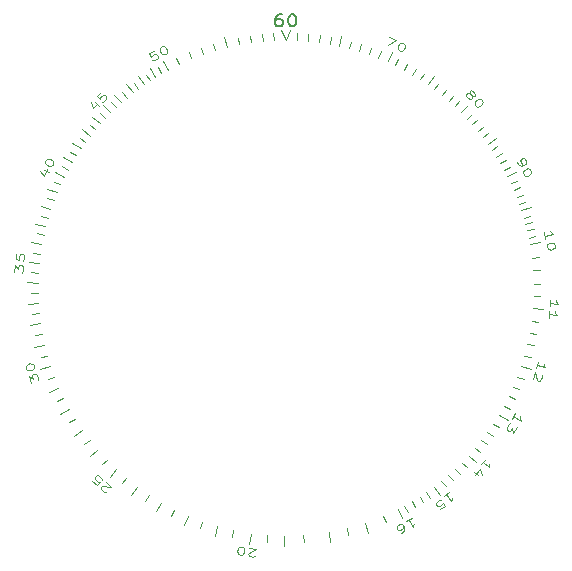
<source format=gbr>
%TF.GenerationSoftware,KiCad,Pcbnew,6.0.7-1.fc35*%
%TF.CreationDate,2022-12-16T23:42:52+01:00*%
%TF.ProjectId,outer,6f757465-722e-46b6-9963-61645f706362,rev?*%
%TF.SameCoordinates,Original*%
%TF.FileFunction,Legend,Top*%
%TF.FilePolarity,Positive*%
%FSLAX46Y46*%
G04 Gerber Fmt 4.6, Leading zero omitted, Abs format (unit mm)*
G04 Created by KiCad (PCBNEW 6.0.7-1.fc35) date 2022-12-16 23:42:52*
%MOMM*%
%LPD*%
G01*
G04 APERTURE LIST*
%ADD10C,0.120000*%
%ADD11C,0.100000*%
%ADD12C,0.125000*%
%ADD13C,0.180000*%
G04 APERTURE END LIST*
D10*
X199630000Y-78140000D02*
X200000000Y-79000000D01*
X200000000Y-79000000D02*
X200370000Y-78140000D01*
D11*
X179102609Y-102127584D02*
X178534228Y-102186521D01*
D12*
X180605069Y-91921547D02*
X179814034Y-91591461D01*
X215624137Y-83547556D02*
X215580221Y-83456711D01*
X215570030Y-83399485D01*
X215583372Y-83318651D01*
X215606905Y-83295044D01*
X215687696Y-83281449D01*
X215744953Y-83291460D01*
X215835936Y-83335091D01*
X215970834Y-83469566D01*
X216014750Y-83560411D01*
X216024942Y-83617637D01*
X216011600Y-83698470D01*
X215988067Y-83722077D01*
X215907276Y-83735673D01*
X215850018Y-83725661D01*
X215759036Y-83682031D01*
X215624137Y-83547556D01*
X215533155Y-83503925D01*
X215475897Y-83493914D01*
X215395106Y-83507509D01*
X215300973Y-83601938D01*
X215287632Y-83682771D01*
X215297823Y-83739997D01*
X215341739Y-83830842D01*
X215476638Y-83965318D01*
X215567620Y-84008948D01*
X215624878Y-84018960D01*
X215705669Y-84005364D01*
X215799801Y-83910935D01*
X215813143Y-83830102D01*
X215802952Y-83772876D01*
X215759036Y-83682031D01*
X216544152Y-84041086D02*
X216611602Y-84108323D01*
X216655518Y-84199168D01*
X216665709Y-84256394D01*
X216652367Y-84337228D01*
X216591959Y-84465275D01*
X216474293Y-84583311D01*
X216346436Y-84644121D01*
X216265645Y-84657717D01*
X216208387Y-84647706D01*
X216117405Y-84604075D01*
X216049956Y-84536837D01*
X216006040Y-84445993D01*
X215995848Y-84388767D01*
X216009190Y-84307933D01*
X216069598Y-84179886D01*
X216187264Y-84061850D01*
X216315121Y-84001039D01*
X216395912Y-83987444D01*
X216453170Y-83997455D01*
X216544152Y-84041086D01*
D11*
X216680293Y-87240845D02*
X217134305Y-86893853D01*
X201467967Y-120946487D02*
X201508026Y-121516510D01*
X182166413Y-111093267D02*
X181682025Y-111396417D01*
D12*
X199885404Y-121006701D02*
X199883160Y-121863840D01*
D11*
X181181387Y-109340011D02*
X180669773Y-109594535D01*
X220848124Y-97488846D02*
X221415171Y-97418216D01*
D12*
X184273024Y-86082439D02*
X183631161Y-85514367D01*
X218055146Y-110758467D02*
X218791244Y-111197617D01*
X179646576Y-94777398D02*
X178816437Y-94563946D01*
D11*
X186531387Y-83891284D02*
X186165228Y-83452585D01*
D12*
X179030534Y-101270973D02*
X178175017Y-101323748D01*
D11*
X184836687Y-114532310D02*
X184424528Y-114928109D01*
D12*
X181906317Y-89319062D02*
X181167558Y-88884403D01*
D11*
X213773685Y-115852913D02*
X214148802Y-116283979D01*
X214344896Y-115340858D02*
X214735993Y-115757479D01*
X179033725Y-98708748D02*
X178463315Y-98674660D01*
D12*
X189995018Y-81514260D02*
X189585893Y-80761059D01*
X177028562Y-98637690D02*
X177089723Y-98021671D01*
X177322152Y-98379720D01*
X177336266Y-98237562D01*
X177378846Y-98146083D01*
X177416721Y-98101990D01*
X177487766Y-98061190D01*
X177653617Y-98077657D01*
X177715253Y-98131630D01*
X177743718Y-98182309D01*
X177767479Y-98280374D01*
X177739251Y-98564691D01*
X177696671Y-98656170D01*
X177658796Y-98700262D01*
X177179112Y-97121336D02*
X177132065Y-97595196D01*
X177459063Y-97675515D01*
X177430597Y-97624836D01*
X177406837Y-97526771D01*
X177430360Y-97289840D01*
X177472940Y-97198361D01*
X177510815Y-97154269D01*
X177581860Y-97113469D01*
X177747711Y-97129936D01*
X177809347Y-97183908D01*
X177837812Y-97234588D01*
X177861573Y-97332653D01*
X177838050Y-97569583D01*
X177795470Y-97661062D01*
X177757595Y-97705155D01*
D11*
X181546068Y-89980205D02*
X181044125Y-89707104D01*
X220427937Y-95133596D02*
X220983901Y-95001557D01*
D12*
X187051406Y-83450577D02*
X186521576Y-82776800D01*
D11*
X183408233Y-112877242D02*
X182956899Y-113227711D01*
D12*
X187979658Y-82756690D02*
X187489370Y-82053617D01*
X185133582Y-85143117D02*
X184527068Y-84537449D01*
X182629724Y-88175254D02*
X181921134Y-87692973D01*
D11*
X179191596Y-97131022D02*
X178625057Y-97056436D01*
X210679685Y-118079676D02*
X210971166Y-118571173D01*
X210719732Y-81940351D02*
X211011128Y-81448803D01*
D12*
X216534656Y-114915794D02*
X216920045Y-114493887D01*
X216727350Y-114704840D02*
X217244187Y-115176942D01*
X217234584Y-115039181D01*
X217249593Y-114923901D01*
X217289214Y-114831102D01*
X216301129Y-115863389D02*
X215956572Y-115548655D01*
X216658598Y-115867443D02*
X216450008Y-115354433D01*
X216032503Y-115811499D01*
D11*
X220296366Y-94591131D02*
X220848427Y-94443619D01*
X219754424Y-92886821D02*
X220291834Y-92692600D01*
X182245477Y-88768217D02*
X181762790Y-88462367D01*
X183851741Y-86570839D02*
X183412211Y-86205676D01*
D12*
X219942439Y-106611896D02*
X220756185Y-106881175D01*
X204538365Y-79480342D02*
X204723155Y-78643355D01*
D11*
X200955852Y-79023967D02*
X200981575Y-78453117D01*
X201861897Y-79083026D02*
X201912992Y-78513887D01*
X183013968Y-87645136D02*
X182552207Y-87308525D01*
X184718803Y-85595463D02*
X184302796Y-85203712D01*
X189477517Y-81821962D02*
X189191121Y-81327485D01*
D12*
X182776595Y-112030206D02*
X182073694Y-112520740D01*
D11*
X219606373Y-107507933D02*
X220140240Y-107711690D01*
D12*
X183421946Y-87099656D02*
X182745680Y-86573008D01*
D11*
X180925668Y-91241030D02*
X180406271Y-91002793D01*
X206226801Y-79940149D02*
X206396253Y-79394423D01*
X190964857Y-81043881D02*
X190719661Y-80527733D01*
X198059030Y-79082942D02*
X198006247Y-78513956D01*
D12*
X186072624Y-84272860D02*
X185504216Y-83631295D01*
D11*
X180364132Y-92560732D02*
X179829346Y-92359400D01*
X220138781Y-94059682D02*
X220686451Y-93896623D01*
X219298709Y-91726125D02*
X219823812Y-91500740D01*
X219251628Y-108365031D02*
X219775940Y-108592247D01*
X220985874Y-100689963D02*
X221557011Y-100708211D01*
X210039168Y-118444272D02*
X210313407Y-118945594D01*
D12*
X217096728Y-87794496D02*
X217793585Y-87295412D01*
X222339907Y-101574353D02*
X222386471Y-101004825D01*
X222363189Y-101289589D02*
X223060861Y-101346629D01*
X222968954Y-101243559D01*
X222910270Y-101143205D01*
X222884808Y-101045568D01*
X222262301Y-102523567D02*
X222308865Y-101954038D01*
X222285583Y-102238802D02*
X222983255Y-102295843D01*
X222891348Y-102192773D01*
X222832664Y-102092419D01*
X222807202Y-101994781D01*
D11*
X220995771Y-99675978D02*
X221567096Y-99665108D01*
X217074326Y-112237225D02*
X217539187Y-112569542D01*
X211350256Y-117675495D02*
X211658881Y-118156412D01*
X202828270Y-79191503D02*
X202904142Y-78625133D01*
D12*
X215481926Y-114202053D02*
X216114787Y-114780137D01*
D11*
X197063848Y-79201211D02*
X196984123Y-78635372D01*
D12*
X221199205Y-106789684D02*
X221378724Y-106247186D01*
X221288965Y-106518435D02*
X221953524Y-106738346D01*
X221888507Y-106616513D01*
X221855135Y-106505153D01*
X221853409Y-106404265D01*
X221680794Y-107350315D02*
X221697480Y-107405995D01*
X221699206Y-107506884D01*
X221624406Y-107732924D01*
X221562840Y-107812869D01*
X221516235Y-107847605D01*
X221437984Y-107871869D01*
X221374692Y-107850925D01*
X221294715Y-107774301D01*
X221094486Y-107106140D01*
X220900007Y-107693846D01*
X191714731Y-119306273D02*
X191378855Y-120094867D01*
X188877808Y-79926797D02*
X188459363Y-80154089D01*
X188576622Y-80469729D01*
X188602556Y-80417709D01*
X188670335Y-80342959D01*
X188879557Y-80229314D01*
X188979157Y-80213147D01*
X189036912Y-80219709D01*
X189110577Y-80255562D01*
X189190129Y-80402017D01*
X189180105Y-80483329D01*
X189154171Y-80535349D01*
X189086393Y-80610098D01*
X188877170Y-80723744D01*
X188777571Y-80739911D01*
X188719816Y-80733349D01*
X189463630Y-79608589D02*
X189547319Y-79563131D01*
X189646918Y-79546964D01*
X189704673Y-79553526D01*
X189778338Y-79589379D01*
X189883825Y-79683814D01*
X189963377Y-79830270D01*
X189985174Y-79970163D01*
X189975150Y-80051475D01*
X189949216Y-80103495D01*
X189881437Y-80178245D01*
X189797749Y-80223703D01*
X189698149Y-80239870D01*
X189640394Y-80233308D01*
X189566729Y-80197455D01*
X189461243Y-80103020D01*
X189381691Y-79956564D01*
X189359894Y-79816670D01*
X189369917Y-79735359D01*
X189395852Y-79683339D01*
X189463630Y-79608589D01*
D11*
X209280650Y-81161704D02*
X209534013Y-80649514D01*
X186501598Y-116098890D02*
X186135055Y-116537271D01*
X185595343Y-84718916D02*
X185203810Y-84302704D01*
D12*
X209468038Y-118758909D02*
X209853423Y-119524528D01*
D11*
X220453781Y-104739247D02*
X221010542Y-104867888D01*
X217567046Y-111507862D02*
X218045143Y-111820839D01*
X180393294Y-107527067D02*
X179860031Y-107732398D01*
D12*
X180751540Y-108440216D02*
X179966921Y-108785277D01*
D11*
X198453072Y-120936562D02*
X198411122Y-121506449D01*
D12*
X219135641Y-111124180D02*
X219428408Y-110633448D01*
X219282025Y-110878814D02*
X219883172Y-111237454D01*
X219846088Y-111104431D01*
X219837631Y-110988486D01*
X219857799Y-110889620D01*
X219566007Y-111769081D02*
X219248843Y-112300707D01*
X219190615Y-111877822D01*
X219117423Y-112000505D01*
X219040003Y-112065215D01*
X218986980Y-112089032D01*
X218905330Y-112095770D01*
X218762200Y-112010379D01*
X218729345Y-111935329D01*
X218725116Y-111877356D01*
X218745285Y-111778490D01*
X218891669Y-111533124D01*
X218969089Y-111468413D01*
X219022112Y-111444597D01*
D11*
X213212213Y-83674245D02*
X213571825Y-83230162D01*
D12*
X183831970Y-84296179D02*
X184162184Y-84625932D01*
X183475035Y-84276225D02*
X183660594Y-84798008D01*
X184098021Y-84359970D01*
X184373476Y-83423702D02*
X184036994Y-83760655D01*
X184239212Y-84029888D01*
X184249274Y-83972639D01*
X184292984Y-83881695D01*
X184461225Y-83713218D01*
X184552108Y-83669382D01*
X184609343Y-83659240D01*
X184690165Y-83672652D01*
X184808098Y-83790421D01*
X184821623Y-83871224D01*
X184811562Y-83928473D01*
X184767852Y-84019417D01*
X184599611Y-84187894D01*
X184508727Y-84231730D01*
X184451493Y-84241872D01*
D11*
X208252724Y-119308414D02*
X208465952Y-119838569D01*
X187497032Y-83122575D02*
X187156973Y-82663347D01*
X215350445Y-85674663D02*
X215767817Y-85284366D01*
D12*
X219952207Y-93407399D02*
X220766375Y-93139400D01*
D11*
X217823209Y-88896127D02*
X218308283Y-88594077D01*
X207024727Y-80206130D02*
X207216132Y-79667711D01*
D12*
X179089122Y-97916576D02*
X178236172Y-97831891D01*
D11*
X195575504Y-120532616D02*
X195456405Y-121091495D01*
D12*
X212030814Y-82777019D02*
X212520242Y-82073347D01*
X220686022Y-96303482D02*
X221529618Y-96151695D01*
D11*
X194039104Y-79861390D02*
X193877096Y-79313408D01*
D12*
X185671874Y-115375555D02*
X185086648Y-116001817D01*
X195011404Y-79598076D02*
X194808850Y-78765210D01*
D11*
X213182597Y-116345443D02*
X213541511Y-116790091D01*
X219055021Y-91162524D02*
X219573164Y-90921570D01*
X211920903Y-117291736D02*
X212246533Y-117761306D01*
X210019987Y-81536173D02*
X210292737Y-81034039D01*
D12*
X197389170Y-122711727D02*
X197337297Y-122737955D01*
X197238289Y-122757416D01*
X197002610Y-122723580D01*
X196913075Y-122677050D01*
X196870677Y-122637288D01*
X196833015Y-122564531D01*
X196842489Y-122498541D01*
X196903836Y-122406323D01*
X197526309Y-122091589D01*
X196913544Y-122003615D01*
X196201302Y-122608538D02*
X196107030Y-122595003D01*
X196017496Y-122548474D01*
X195975097Y-122508712D01*
X195937436Y-122435955D01*
X195909248Y-122297207D01*
X195932933Y-122132232D01*
X195999017Y-122007019D01*
X196055627Y-121947796D01*
X196107499Y-121921569D01*
X196206508Y-121902108D01*
X196300779Y-121915642D01*
X196390314Y-121962172D01*
X196432713Y-122001934D01*
X196470374Y-122074691D01*
X196498562Y-122213438D01*
X196474877Y-122378413D01*
X196408793Y-122503626D01*
X196352183Y-122562849D01*
X196300311Y-122589077D01*
X196201302Y-122608538D01*
D11*
X220946506Y-98492306D02*
X221516494Y-98451749D01*
X203714938Y-79329424D02*
X203815050Y-78766834D01*
D12*
X214867173Y-85143873D02*
X215472312Y-84536830D01*
X179314079Y-96292915D02*
X178470298Y-96142159D01*
X178422410Y-108029211D02*
X178226598Y-107441948D01*
X178585010Y-107673817D01*
X178539823Y-107538295D01*
X178541320Y-107437403D01*
X178557879Y-107381685D01*
X178606060Y-107315424D01*
X178764169Y-107262705D01*
X178842476Y-107286792D01*
X178889160Y-107321422D01*
X178950907Y-107401227D01*
X179041281Y-107672271D01*
X179039784Y-107773163D01*
X179023225Y-107828881D01*
X178030786Y-106854686D02*
X178000661Y-106764337D01*
X178002158Y-106663446D01*
X178018718Y-106607728D01*
X178066899Y-106541466D01*
X178178324Y-106454117D01*
X178336433Y-106401399D01*
X178477983Y-106404398D01*
X178556289Y-106428485D01*
X178602973Y-106463115D01*
X178664720Y-106542919D01*
X178694845Y-106633268D01*
X178693348Y-106734159D01*
X178676789Y-106789877D01*
X178628607Y-106856139D01*
X178517182Y-106943488D01*
X178359073Y-106996206D01*
X178217523Y-106993207D01*
X178139217Y-106969120D01*
X178092533Y-106934490D01*
X178030786Y-106854686D01*
X180047223Y-106590881D02*
X179234090Y-106862005D01*
D11*
X205150851Y-120363415D02*
X205276575Y-120920841D01*
X218473539Y-110000518D02*
X218976195Y-110272303D01*
D12*
X208627952Y-80830537D02*
X208977130Y-80047742D01*
D11*
X214906297Y-114799245D02*
X215313029Y-115200617D01*
X216571901Y-112897068D02*
X217022990Y-113247852D01*
X217448592Y-88314475D02*
X217923878Y-87997247D01*
D12*
X178991336Y-99559297D02*
X178134360Y-99542393D01*
D11*
X179368708Y-103911054D02*
X178807420Y-104018227D01*
D12*
X197046995Y-120803356D02*
X196925185Y-121651799D01*
D11*
X214315617Y-84619816D02*
X214705403Y-84201968D01*
X190560675Y-118768955D02*
X190304902Y-119279945D01*
X205389186Y-79703718D02*
X205536119Y-79151503D01*
X218877353Y-109192571D02*
X219391256Y-109442441D01*
D12*
X179538143Y-89998583D02*
X179955633Y-90207100D01*
X179193190Y-90092435D02*
X179534115Y-90528852D01*
X179810720Y-89975038D01*
X179648556Y-89255308D02*
X179691111Y-89170106D01*
X179763486Y-89099798D01*
X179814584Y-89072091D01*
X179895503Y-89059278D01*
X180036063Y-89076253D01*
X180185167Y-89150723D01*
X180283173Y-89252901D01*
X180321537Y-89325290D01*
X180330080Y-89382785D01*
X180317347Y-89482881D01*
X180274792Y-89568084D01*
X180202417Y-89638392D01*
X180151319Y-89666099D01*
X180070400Y-89678912D01*
X179929840Y-89661936D01*
X179780736Y-89587466D01*
X179682730Y-89485288D01*
X179644366Y-89412899D01*
X179635822Y-89355404D01*
X179648556Y-89255308D01*
X179548767Y-104851475D02*
X178714644Y-105048792D01*
D11*
X198974421Y-79033954D02*
X198948200Y-78463127D01*
X211359794Y-82334207D02*
X211669258Y-81853829D01*
D12*
X194218360Y-120196382D02*
X193984977Y-121021141D01*
X212567537Y-116842561D02*
X213081105Y-117528813D01*
X181641440Y-110239865D02*
X180893367Y-110658291D01*
D11*
X219547663Y-92325390D02*
X220079184Y-92115589D01*
X215803382Y-86166851D02*
X216233596Y-85790757D01*
D12*
X218768728Y-90551601D02*
X219534676Y-90166871D01*
D11*
X212561033Y-83171131D02*
X212904609Y-82714528D01*
X188432962Y-117527589D02*
X188118485Y-118004699D01*
X220197410Y-105735059D02*
X220747573Y-105889496D01*
D12*
X188967442Y-82131269D02*
X188517547Y-81401688D01*
D11*
X220818417Y-102778868D02*
X221384931Y-102853652D01*
X179497083Y-95506898D02*
X178938750Y-95385264D01*
D12*
X181211750Y-90600644D02*
X180444931Y-90217654D01*
X208746853Y-78740137D02*
X209355694Y-79011720D01*
X208679134Y-79476414D01*
X209877557Y-79244505D02*
X209964535Y-79283303D01*
X210037933Y-79352542D01*
X210067842Y-79402383D01*
X210084173Y-79482666D01*
X210073345Y-79623833D01*
X210005449Y-79776043D01*
X209907644Y-79878412D01*
X209836997Y-79919898D01*
X209779929Y-79930941D01*
X209679373Y-79922585D01*
X209592395Y-79883788D01*
X209518997Y-79814548D01*
X209489088Y-79764707D01*
X209472757Y-79684425D01*
X209483585Y-79543258D01*
X209551481Y-79391047D01*
X209649286Y-79288678D01*
X209719933Y-79247193D01*
X209777001Y-79236149D01*
X209877557Y-79244505D01*
X179206443Y-103001620D02*
X178358364Y-103125946D01*
D11*
X220660770Y-103783853D02*
X221223006Y-103885937D01*
D12*
X221994607Y-95868611D02*
X221893416Y-95306213D01*
X221944011Y-95587412D02*
X222632948Y-95463452D01*
X222517664Y-95387428D01*
X222435185Y-95305501D01*
X222385514Y-95217671D01*
X222793168Y-96353915D02*
X222810033Y-96447648D01*
X222794092Y-96547284D01*
X222769718Y-96600053D01*
X222712538Y-96658725D01*
X222589744Y-96729203D01*
X222425711Y-96758717D01*
X222286053Y-96735462D01*
X222212007Y-96700401D01*
X222170768Y-96659437D01*
X222121096Y-96571607D01*
X222104231Y-96477874D01*
X222120172Y-96378239D01*
X222144546Y-96325469D01*
X222201727Y-96266797D01*
X222324520Y-96196320D01*
X222488553Y-96166805D01*
X222628211Y-96190061D01*
X222702257Y-96225121D01*
X222743496Y-96266085D01*
X222793168Y-96353915D01*
D11*
X213813727Y-84177122D02*
X214188768Y-83745990D01*
X193004393Y-80196441D02*
X192814587Y-79657457D01*
D12*
X206716170Y-119906350D02*
X206970206Y-120724983D01*
X184760468Y-117291570D02*
X184702917Y-117283412D01*
X184610574Y-117242741D01*
X184436612Y-117080178D01*
X184389786Y-116990799D01*
X184377753Y-116933931D01*
X184388478Y-116852710D01*
X184433995Y-116804000D01*
X184537064Y-116763449D01*
X185227678Y-116861344D01*
X184775377Y-116438681D01*
X183636388Y-116332389D02*
X183984312Y-116657515D01*
X184246692Y-116446481D01*
X184189141Y-116438323D01*
X184096797Y-116397653D01*
X183922836Y-116235090D01*
X183876010Y-116145710D01*
X183863976Y-116088843D01*
X183874701Y-116007621D01*
X183988495Y-115885848D01*
X184068805Y-115869651D01*
X184126357Y-115877809D01*
X184218700Y-115918480D01*
X184392662Y-116081042D01*
X184439488Y-116170422D01*
X184451521Y-116227289D01*
D11*
X220574543Y-95749947D02*
X221133957Y-95633385D01*
X216029808Y-113567309D02*
X216466520Y-113935837D01*
X179792336Y-105734162D02*
X179242633Y-105890230D01*
X216256688Y-86708935D02*
X216699072Y-86347234D01*
X179851312Y-94059367D02*
X179303471Y-93896881D01*
D12*
X184056815Y-113691896D02*
X183408060Y-114252084D01*
D11*
X196058837Y-79378729D02*
X195951860Y-78817403D01*
D12*
X189465856Y-118181813D02*
X189037026Y-118923971D01*
D11*
X191999612Y-80570634D02*
X191782134Y-80042208D01*
D12*
X203641946Y-120693509D02*
X203765680Y-121541674D01*
D13*
X199657142Y-76852380D02*
X199428571Y-76852380D01*
X199314285Y-76900000D01*
X199257142Y-76947619D01*
X199142857Y-77090476D01*
X199085714Y-77280952D01*
X199085714Y-77661904D01*
X199142857Y-77757142D01*
X199200000Y-77804761D01*
X199314285Y-77852380D01*
X199542857Y-77852380D01*
X199657142Y-77804761D01*
X199714285Y-77757142D01*
X199771428Y-77661904D01*
X199771428Y-77423809D01*
X199714285Y-77328571D01*
X199657142Y-77280952D01*
X199542857Y-77233333D01*
X199314285Y-77233333D01*
X199200000Y-77280952D01*
X199142857Y-77328571D01*
X199085714Y-77423809D01*
X200514285Y-76852380D02*
X200628571Y-76852380D01*
X200742857Y-76900000D01*
X200800000Y-76947619D01*
X200857142Y-77042857D01*
X200914285Y-77233333D01*
X200914285Y-77471428D01*
X200857142Y-77661904D01*
X200800000Y-77757142D01*
X200742857Y-77804761D01*
X200628571Y-77852380D01*
X200514285Y-77852380D01*
X200400000Y-77804761D01*
X200342857Y-77757142D01*
X200285714Y-77661904D01*
X200228571Y-77471428D01*
X200228571Y-77233333D01*
X200285714Y-77042857D01*
X200342857Y-76947619D01*
X200400000Y-76900000D01*
X200514285Y-76852380D01*
D12*
X187431605Y-116841921D02*
X186919595Y-117529336D01*
D11*
X179004219Y-100413527D02*
X178432911Y-100425295D01*
X207823029Y-80511707D02*
X208035702Y-79981329D01*
X192954807Y-119783704D02*
X192764248Y-120322423D01*
D12*
X213382765Y-117652341D02*
X213840266Y-117309962D01*
X213611515Y-117481152D02*
X214030930Y-118041591D01*
X214047263Y-117904465D01*
X214083569Y-117794026D01*
X214139847Y-117710276D01*
X213077802Y-118754880D02*
X213459053Y-118469564D01*
X213297457Y-118174157D01*
X213279304Y-118229376D01*
X213223026Y-118313127D01*
X213032401Y-118455785D01*
X212936179Y-118486161D01*
X212878081Y-118488005D01*
X212800012Y-118463161D01*
X212700152Y-118329723D01*
X212698332Y-118247817D01*
X212716485Y-118192597D01*
X212772763Y-118108847D01*
X212963389Y-117966189D01*
X213059611Y-117935813D01*
X213117708Y-117933969D01*
D11*
X218158150Y-89427712D02*
X218652422Y-89140962D01*
D12*
X220950156Y-101691371D02*
X221804417Y-101761604D01*
D11*
X218473408Y-90009240D02*
X218976301Y-89737894D01*
X188482412Y-82422772D02*
X188168935Y-81945004D01*
D12*
X180086831Y-93300288D02*
X179274410Y-93027036D01*
X219607790Y-89336398D02*
X219693285Y-89506609D01*
X219765820Y-89576752D01*
X219816981Y-89604343D01*
X219949089Y-89644564D01*
X220089611Y-89627270D01*
X220327906Y-89507576D01*
X220366106Y-89435100D01*
X220374519Y-89377585D01*
X220361558Y-89277518D01*
X220276062Y-89107308D01*
X220203528Y-89037164D01*
X220152367Y-89009573D01*
X220071419Y-88996944D01*
X219922485Y-89071752D01*
X219884285Y-89144228D01*
X219875872Y-89201743D01*
X219888833Y-89301810D01*
X219974328Y-89472021D01*
X220046863Y-89542164D01*
X220098024Y-89569755D01*
X220178971Y-89582384D01*
X220724913Y-90000914D02*
X220767661Y-90086019D01*
X220780622Y-90186087D01*
X220772209Y-90243601D01*
X220734009Y-90316077D01*
X220636235Y-90418477D01*
X220487301Y-90493285D01*
X220346780Y-90510579D01*
X220265832Y-90497950D01*
X220214671Y-90470359D01*
X220142137Y-90400215D01*
X220099389Y-90315110D01*
X220086428Y-90215043D01*
X220094841Y-90157528D01*
X220133041Y-90085052D01*
X220230815Y-89982653D01*
X220379749Y-89907844D01*
X220520270Y-89890550D01*
X220601218Y-89903179D01*
X220652379Y-89930770D01*
X220724913Y-90000914D01*
X210177759Y-119751505D02*
X210688172Y-119494582D01*
X210432965Y-119623043D02*
X210747696Y-120248299D01*
X210787803Y-120116156D01*
X210842898Y-120013788D01*
X210912979Y-119941193D01*
X209726870Y-120762145D02*
X209897008Y-120676504D01*
X209967090Y-120603909D01*
X209994637Y-120552725D01*
X210034744Y-120420582D01*
X210017330Y-120280076D01*
X209897432Y-120041883D01*
X209824924Y-120003745D01*
X209767402Y-119995381D01*
X209667346Y-120008428D01*
X209497209Y-120094069D01*
X209427127Y-120166663D01*
X209399580Y-120217848D01*
X209387020Y-120298806D01*
X209461956Y-120447676D01*
X209534464Y-120485814D01*
X209591986Y-120494178D01*
X209692042Y-120481132D01*
X209862179Y-120395491D01*
X209932261Y-120322896D01*
X209959808Y-120271712D01*
X209972368Y-120190753D01*
M02*

</source>
